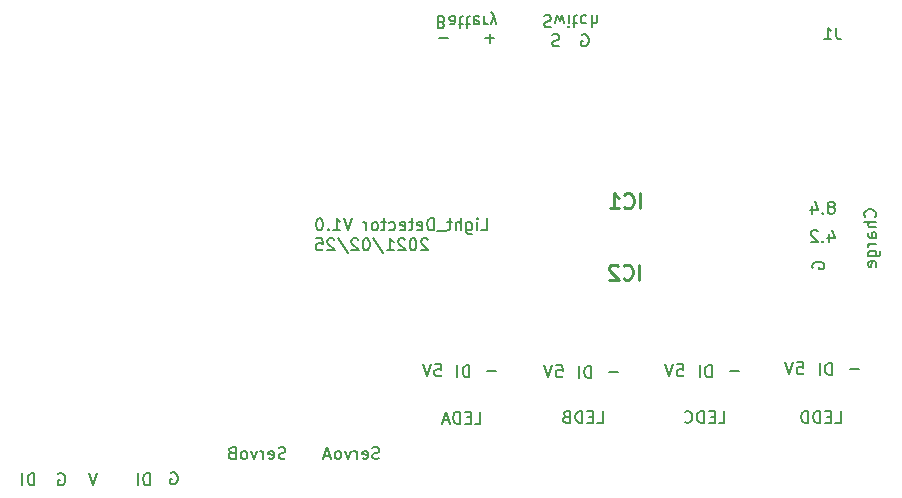
<source format=gbo>
G04 #@! TF.GenerationSoftware,KiCad,Pcbnew,(5.1.6)-1*
G04 #@! TF.CreationDate,2021-02-25T15:27:45+08:00*
G04 #@! TF.ProjectId,Light_detector_V1.0,4c696768-745f-4646-9574-6563746f725f,rev?*
G04 #@! TF.SameCoordinates,Original*
G04 #@! TF.FileFunction,Legend,Bot*
G04 #@! TF.FilePolarity,Positive*
%FSLAX46Y46*%
G04 Gerber Fmt 4.6, Leading zero omitted, Abs format (unit mm)*
G04 Created by KiCad (PCBNEW (5.1.6)-1) date 2021-02-25 15:27:45*
%MOMM*%
%LPD*%
G01*
G04 APERTURE LIST*
%ADD10C,0.152400*%
%ADD11C,0.150000*%
%ADD12C,0.254000*%
G04 APERTURE END LIST*
D10*
X61002333Y-39672380D02*
X60953952Y-39624000D01*
X60857190Y-39575619D01*
X60615285Y-39575619D01*
X60518523Y-39624000D01*
X60470142Y-39672380D01*
X60421761Y-39769142D01*
X60421761Y-39865904D01*
X60470142Y-40011047D01*
X61050714Y-40591619D01*
X60421761Y-40591619D01*
X59792809Y-39575619D02*
X59696047Y-39575619D01*
X59599285Y-39624000D01*
X59550904Y-39672380D01*
X59502523Y-39769142D01*
X59454142Y-39962666D01*
X59454142Y-40204571D01*
X59502523Y-40398095D01*
X59550904Y-40494857D01*
X59599285Y-40543238D01*
X59696047Y-40591619D01*
X59792809Y-40591619D01*
X59889571Y-40543238D01*
X59937952Y-40494857D01*
X59986333Y-40398095D01*
X60034714Y-40204571D01*
X60034714Y-39962666D01*
X59986333Y-39769142D01*
X59937952Y-39672380D01*
X59889571Y-39624000D01*
X59792809Y-39575619D01*
X59067095Y-39672380D02*
X59018714Y-39624000D01*
X58921952Y-39575619D01*
X58680047Y-39575619D01*
X58583285Y-39624000D01*
X58534904Y-39672380D01*
X58486523Y-39769142D01*
X58486523Y-39865904D01*
X58534904Y-40011047D01*
X59115476Y-40591619D01*
X58486523Y-40591619D01*
X57518904Y-40591619D02*
X58099476Y-40591619D01*
X57809190Y-40591619D02*
X57809190Y-39575619D01*
X57905952Y-39720761D01*
X58002714Y-39817523D01*
X58099476Y-39865904D01*
X56357761Y-39527238D02*
X57228619Y-40833523D01*
X55825571Y-39575619D02*
X55728809Y-39575619D01*
X55632047Y-39624000D01*
X55583666Y-39672380D01*
X55535285Y-39769142D01*
X55486904Y-39962666D01*
X55486904Y-40204571D01*
X55535285Y-40398095D01*
X55583666Y-40494857D01*
X55632047Y-40543238D01*
X55728809Y-40591619D01*
X55825571Y-40591619D01*
X55922333Y-40543238D01*
X55970714Y-40494857D01*
X56019095Y-40398095D01*
X56067476Y-40204571D01*
X56067476Y-39962666D01*
X56019095Y-39769142D01*
X55970714Y-39672380D01*
X55922333Y-39624000D01*
X55825571Y-39575619D01*
X55099857Y-39672380D02*
X55051476Y-39624000D01*
X54954714Y-39575619D01*
X54712809Y-39575619D01*
X54616047Y-39624000D01*
X54567666Y-39672380D01*
X54519285Y-39769142D01*
X54519285Y-39865904D01*
X54567666Y-40011047D01*
X55148238Y-40591619D01*
X54519285Y-40591619D01*
X53358142Y-39527238D02*
X54229000Y-40833523D01*
X53067857Y-39672380D02*
X53019476Y-39624000D01*
X52922714Y-39575619D01*
X52680809Y-39575619D01*
X52584047Y-39624000D01*
X52535666Y-39672380D01*
X52487285Y-39769142D01*
X52487285Y-39865904D01*
X52535666Y-40011047D01*
X53116238Y-40591619D01*
X52487285Y-40591619D01*
X51568047Y-39575619D02*
X52051857Y-39575619D01*
X52100238Y-40059428D01*
X52051857Y-40011047D01*
X51955095Y-39962666D01*
X51713190Y-39962666D01*
X51616428Y-40011047D01*
X51568047Y-40059428D01*
X51519666Y-40156190D01*
X51519666Y-40398095D01*
X51568047Y-40494857D01*
X51616428Y-40543238D01*
X51713190Y-40591619D01*
X51955095Y-40591619D01*
X52051857Y-40543238D01*
X52100238Y-40494857D01*
X65525952Y-38877119D02*
X66009761Y-38877119D01*
X66009761Y-37861119D01*
X65187285Y-38877119D02*
X65187285Y-38199785D01*
X65187285Y-37861119D02*
X65235666Y-37909500D01*
X65187285Y-37957880D01*
X65138904Y-37909500D01*
X65187285Y-37861119D01*
X65187285Y-37957880D01*
X64268047Y-38199785D02*
X64268047Y-39022261D01*
X64316428Y-39119023D01*
X64364809Y-39167404D01*
X64461571Y-39215785D01*
X64606714Y-39215785D01*
X64703476Y-39167404D01*
X64268047Y-38828738D02*
X64364809Y-38877119D01*
X64558333Y-38877119D01*
X64655095Y-38828738D01*
X64703476Y-38780357D01*
X64751857Y-38683595D01*
X64751857Y-38393309D01*
X64703476Y-38296547D01*
X64655095Y-38248166D01*
X64558333Y-38199785D01*
X64364809Y-38199785D01*
X64268047Y-38248166D01*
X63784238Y-38877119D02*
X63784238Y-37861119D01*
X63348809Y-38877119D02*
X63348809Y-38344928D01*
X63397190Y-38248166D01*
X63493952Y-38199785D01*
X63639095Y-38199785D01*
X63735857Y-38248166D01*
X63784238Y-38296547D01*
X63010142Y-38199785D02*
X62623095Y-38199785D01*
X62865000Y-37861119D02*
X62865000Y-38731976D01*
X62816619Y-38828738D01*
X62719857Y-38877119D01*
X62623095Y-38877119D01*
X62526333Y-38973880D02*
X61752238Y-38973880D01*
X61510333Y-38877119D02*
X61510333Y-37861119D01*
X61268428Y-37861119D01*
X61123285Y-37909500D01*
X61026523Y-38006261D01*
X60978142Y-38103023D01*
X60929761Y-38296547D01*
X60929761Y-38441690D01*
X60978142Y-38635214D01*
X61026523Y-38731976D01*
X61123285Y-38828738D01*
X61268428Y-38877119D01*
X61510333Y-38877119D01*
X60107285Y-38828738D02*
X60204047Y-38877119D01*
X60397571Y-38877119D01*
X60494333Y-38828738D01*
X60542714Y-38731976D01*
X60542714Y-38344928D01*
X60494333Y-38248166D01*
X60397571Y-38199785D01*
X60204047Y-38199785D01*
X60107285Y-38248166D01*
X60058904Y-38344928D01*
X60058904Y-38441690D01*
X60542714Y-38538452D01*
X59768619Y-38199785D02*
X59381571Y-38199785D01*
X59623476Y-37861119D02*
X59623476Y-38731976D01*
X59575095Y-38828738D01*
X59478333Y-38877119D01*
X59381571Y-38877119D01*
X58655857Y-38828738D02*
X58752619Y-38877119D01*
X58946142Y-38877119D01*
X59042904Y-38828738D01*
X59091285Y-38731976D01*
X59091285Y-38344928D01*
X59042904Y-38248166D01*
X58946142Y-38199785D01*
X58752619Y-38199785D01*
X58655857Y-38248166D01*
X58607476Y-38344928D01*
X58607476Y-38441690D01*
X59091285Y-38538452D01*
X57736619Y-38828738D02*
X57833380Y-38877119D01*
X58026904Y-38877119D01*
X58123666Y-38828738D01*
X58172047Y-38780357D01*
X58220428Y-38683595D01*
X58220428Y-38393309D01*
X58172047Y-38296547D01*
X58123666Y-38248166D01*
X58026904Y-38199785D01*
X57833380Y-38199785D01*
X57736619Y-38248166D01*
X57446333Y-38199785D02*
X57059285Y-38199785D01*
X57301190Y-37861119D02*
X57301190Y-38731976D01*
X57252809Y-38828738D01*
X57156047Y-38877119D01*
X57059285Y-38877119D01*
X56575476Y-38877119D02*
X56672238Y-38828738D01*
X56720619Y-38780357D01*
X56769000Y-38683595D01*
X56769000Y-38393309D01*
X56720619Y-38296547D01*
X56672238Y-38248166D01*
X56575476Y-38199785D01*
X56430333Y-38199785D01*
X56333571Y-38248166D01*
X56285190Y-38296547D01*
X56236809Y-38393309D01*
X56236809Y-38683595D01*
X56285190Y-38780357D01*
X56333571Y-38828738D01*
X56430333Y-38877119D01*
X56575476Y-38877119D01*
X55801380Y-38877119D02*
X55801380Y-38199785D01*
X55801380Y-38393309D02*
X55753000Y-38296547D01*
X55704619Y-38248166D01*
X55607857Y-38199785D01*
X55511095Y-38199785D01*
X54543476Y-37861119D02*
X54204809Y-38877119D01*
X53866142Y-37861119D01*
X52995285Y-38877119D02*
X53575857Y-38877119D01*
X53285571Y-38877119D02*
X53285571Y-37861119D01*
X53382333Y-38006261D01*
X53479095Y-38103023D01*
X53575857Y-38151404D01*
X52559857Y-38780357D02*
X52511476Y-38828738D01*
X52559857Y-38877119D01*
X52608238Y-38828738D01*
X52559857Y-38780357D01*
X52559857Y-38877119D01*
X51882523Y-37861119D02*
X51785761Y-37861119D01*
X51689000Y-37909500D01*
X51640619Y-37957880D01*
X51592238Y-38054642D01*
X51543857Y-38248166D01*
X51543857Y-38490071D01*
X51592238Y-38683595D01*
X51640619Y-38780357D01*
X51689000Y-38828738D01*
X51785761Y-38877119D01*
X51882523Y-38877119D01*
X51979285Y-38828738D01*
X52027666Y-38780357D01*
X52076047Y-38683595D01*
X52124428Y-38490071D01*
X52124428Y-38248166D01*
X52076047Y-38054642D01*
X52027666Y-37957880D01*
X51979285Y-37909500D01*
X51882523Y-37861119D01*
X39230904Y-59436000D02*
X39327666Y-59387619D01*
X39472809Y-59387619D01*
X39617952Y-59436000D01*
X39714714Y-59532761D01*
X39763095Y-59629523D01*
X39811476Y-59823047D01*
X39811476Y-59968190D01*
X39763095Y-60161714D01*
X39714714Y-60258476D01*
X39617952Y-60355238D01*
X39472809Y-60403619D01*
X39376047Y-60403619D01*
X39230904Y-60355238D01*
X39182523Y-60306857D01*
X39182523Y-59968190D01*
X39376047Y-59968190D01*
X37465000Y-60467119D02*
X37465000Y-59451119D01*
X37223095Y-59451119D01*
X37077952Y-59499500D01*
X36981190Y-59596261D01*
X36932809Y-59693023D01*
X36884428Y-59886547D01*
X36884428Y-60031690D01*
X36932809Y-60225214D01*
X36981190Y-60321976D01*
X37077952Y-60418738D01*
X37223095Y-60467119D01*
X37465000Y-60467119D01*
X36449000Y-60467119D02*
X36449000Y-59451119D01*
X32977666Y-59451119D02*
X32639000Y-60467119D01*
X32300333Y-59451119D01*
X27686000Y-60467119D02*
X27686000Y-59451119D01*
X27444095Y-59451119D01*
X27298952Y-59499500D01*
X27202190Y-59596261D01*
X27153809Y-59693023D01*
X27105428Y-59886547D01*
X27105428Y-60031690D01*
X27153809Y-60225214D01*
X27202190Y-60321976D01*
X27298952Y-60418738D01*
X27444095Y-60467119D01*
X27686000Y-60467119D01*
X26670000Y-60467119D02*
X26670000Y-59451119D01*
X29705904Y-59499500D02*
X29802666Y-59451119D01*
X29947809Y-59451119D01*
X30092952Y-59499500D01*
X30189714Y-59596261D01*
X30238095Y-59693023D01*
X30286476Y-59886547D01*
X30286476Y-60031690D01*
X30238095Y-60225214D01*
X30189714Y-60321976D01*
X30092952Y-60418738D01*
X29947809Y-60467119D01*
X29851047Y-60467119D01*
X29705904Y-60418738D01*
X29657523Y-60370357D01*
X29657523Y-60031690D01*
X29851047Y-60031690D01*
X92268523Y-50053119D02*
X92752333Y-50053119D01*
X92800714Y-50536928D01*
X92752333Y-50488547D01*
X92655571Y-50440166D01*
X92413666Y-50440166D01*
X92316904Y-50488547D01*
X92268523Y-50536928D01*
X92220142Y-50633690D01*
X92220142Y-50875595D01*
X92268523Y-50972357D01*
X92316904Y-51020738D01*
X92413666Y-51069119D01*
X92655571Y-51069119D01*
X92752333Y-51020738D01*
X92800714Y-50972357D01*
X91929857Y-50053119D02*
X91591190Y-51069119D01*
X91252523Y-50053119D01*
X97478547Y-50618571D02*
X96704452Y-50618571D01*
X95186500Y-51132619D02*
X95186500Y-50116619D01*
X94944595Y-50116619D01*
X94799452Y-50165000D01*
X94702690Y-50261761D01*
X94654309Y-50358523D01*
X94605928Y-50552047D01*
X94605928Y-50697190D01*
X94654309Y-50890714D01*
X94702690Y-50987476D01*
X94799452Y-51084238D01*
X94944595Y-51132619D01*
X95186500Y-51132619D01*
X94170500Y-51132619D02*
X94170500Y-50116619D01*
X85026500Y-51323119D02*
X85026500Y-50307119D01*
X84784595Y-50307119D01*
X84639452Y-50355500D01*
X84542690Y-50452261D01*
X84494309Y-50549023D01*
X84445928Y-50742547D01*
X84445928Y-50887690D01*
X84494309Y-51081214D01*
X84542690Y-51177976D01*
X84639452Y-51274738D01*
X84784595Y-51323119D01*
X85026500Y-51323119D01*
X84010500Y-51323119D02*
X84010500Y-50307119D01*
X82108523Y-50243619D02*
X82592333Y-50243619D01*
X82640714Y-50727428D01*
X82592333Y-50679047D01*
X82495571Y-50630666D01*
X82253666Y-50630666D01*
X82156904Y-50679047D01*
X82108523Y-50727428D01*
X82060142Y-50824190D01*
X82060142Y-51066095D01*
X82108523Y-51162857D01*
X82156904Y-51211238D01*
X82253666Y-51259619D01*
X82495571Y-51259619D01*
X82592333Y-51211238D01*
X82640714Y-51162857D01*
X81769857Y-50243619D02*
X81431190Y-51259619D01*
X81092523Y-50243619D01*
X87318547Y-50809071D02*
X86544452Y-50809071D01*
X71885023Y-50307119D02*
X72368833Y-50307119D01*
X72417214Y-50790928D01*
X72368833Y-50742547D01*
X72272071Y-50694166D01*
X72030166Y-50694166D01*
X71933404Y-50742547D01*
X71885023Y-50790928D01*
X71836642Y-50887690D01*
X71836642Y-51129595D01*
X71885023Y-51226357D01*
X71933404Y-51274738D01*
X72030166Y-51323119D01*
X72272071Y-51323119D01*
X72368833Y-51274738D01*
X72417214Y-51226357D01*
X71546357Y-50307119D02*
X71207690Y-51323119D01*
X70869023Y-50307119D01*
X74803000Y-51386619D02*
X74803000Y-50370619D01*
X74561095Y-50370619D01*
X74415952Y-50419000D01*
X74319190Y-50515761D01*
X74270809Y-50612523D01*
X74222428Y-50806047D01*
X74222428Y-50951190D01*
X74270809Y-51144714D01*
X74319190Y-51241476D01*
X74415952Y-51338238D01*
X74561095Y-51386619D01*
X74803000Y-51386619D01*
X73787000Y-51386619D02*
X73787000Y-50370619D01*
X77095047Y-50872571D02*
X76320952Y-50872571D01*
X66808047Y-50809071D02*
X66033952Y-50809071D01*
X64516000Y-51323119D02*
X64516000Y-50307119D01*
X64274095Y-50307119D01*
X64128952Y-50355500D01*
X64032190Y-50452261D01*
X63983809Y-50549023D01*
X63935428Y-50742547D01*
X63935428Y-50887690D01*
X63983809Y-51081214D01*
X64032190Y-51177976D01*
X64128952Y-51274738D01*
X64274095Y-51323119D01*
X64516000Y-51323119D01*
X63500000Y-51323119D02*
X63500000Y-50307119D01*
X61598023Y-50243619D02*
X62081833Y-50243619D01*
X62130214Y-50727428D01*
X62081833Y-50679047D01*
X61985071Y-50630666D01*
X61743166Y-50630666D01*
X61646404Y-50679047D01*
X61598023Y-50727428D01*
X61549642Y-50824190D01*
X61549642Y-51066095D01*
X61598023Y-51162857D01*
X61646404Y-51211238D01*
X61743166Y-51259619D01*
X61985071Y-51259619D01*
X62081833Y-51211238D01*
X62130214Y-51162857D01*
X61259357Y-50243619D02*
X60920690Y-51259619D01*
X60582023Y-50243619D01*
X74028904Y-22352000D02*
X74125666Y-22303619D01*
X74270809Y-22303619D01*
X74415952Y-22352000D01*
X74512714Y-22448761D01*
X74561095Y-22545523D01*
X74609476Y-22739047D01*
X74609476Y-22884190D01*
X74561095Y-23077714D01*
X74512714Y-23174476D01*
X74415952Y-23271238D01*
X74270809Y-23319619D01*
X74174047Y-23319619D01*
X74028904Y-23271238D01*
X73980523Y-23222857D01*
X73980523Y-22884190D01*
X74174047Y-22884190D01*
X72108785Y-23271238D02*
X71963642Y-23319619D01*
X71721738Y-23319619D01*
X71624976Y-23271238D01*
X71576595Y-23222857D01*
X71528214Y-23126095D01*
X71528214Y-23029333D01*
X71576595Y-22932571D01*
X71624976Y-22884190D01*
X71721738Y-22835809D01*
X71915261Y-22787428D01*
X72012023Y-22739047D01*
X72060404Y-22690666D01*
X72108785Y-22593904D01*
X72108785Y-22497142D01*
X72060404Y-22400380D01*
X72012023Y-22352000D01*
X71915261Y-22303619D01*
X71673357Y-22303619D01*
X71528214Y-22352000D01*
X70838785Y-20734261D02*
X70983928Y-20685880D01*
X71225833Y-20685880D01*
X71322595Y-20734261D01*
X71370976Y-20782642D01*
X71419357Y-20879404D01*
X71419357Y-20976166D01*
X71370976Y-21072928D01*
X71322595Y-21121309D01*
X71225833Y-21169690D01*
X71032309Y-21218071D01*
X70935547Y-21266452D01*
X70887166Y-21314833D01*
X70838785Y-21411595D01*
X70838785Y-21508357D01*
X70887166Y-21605119D01*
X70935547Y-21653500D01*
X71032309Y-21701880D01*
X71274214Y-21701880D01*
X71419357Y-21653500D01*
X71758023Y-21363214D02*
X71951547Y-20685880D01*
X72145071Y-21169690D01*
X72338595Y-20685880D01*
X72532119Y-21363214D01*
X72919166Y-20685880D02*
X72919166Y-21363214D01*
X72919166Y-21701880D02*
X72870785Y-21653500D01*
X72919166Y-21605119D01*
X72967547Y-21653500D01*
X72919166Y-21701880D01*
X72919166Y-21605119D01*
X73257833Y-21363214D02*
X73644880Y-21363214D01*
X73402976Y-21701880D02*
X73402976Y-20831023D01*
X73451357Y-20734261D01*
X73548119Y-20685880D01*
X73644880Y-20685880D01*
X74418976Y-20734261D02*
X74322214Y-20685880D01*
X74128690Y-20685880D01*
X74031928Y-20734261D01*
X73983547Y-20782642D01*
X73935166Y-20879404D01*
X73935166Y-21169690D01*
X73983547Y-21266452D01*
X74031928Y-21314833D01*
X74128690Y-21363214D01*
X74322214Y-21363214D01*
X74418976Y-21314833D01*
X74854404Y-20685880D02*
X74854404Y-21701880D01*
X75289833Y-20685880D02*
X75289833Y-21218071D01*
X75241452Y-21314833D01*
X75144690Y-21363214D01*
X74999547Y-21363214D01*
X74902785Y-21314833D01*
X74854404Y-21266452D01*
X66617547Y-22615071D02*
X65843452Y-22615071D01*
X66230500Y-23002119D02*
X66230500Y-22228023D01*
X62744047Y-22615071D02*
X61969952Y-22615071D01*
X62157428Y-21281571D02*
X62302571Y-21233190D01*
X62350952Y-21184809D01*
X62399333Y-21088047D01*
X62399333Y-20942904D01*
X62350952Y-20846142D01*
X62302571Y-20797761D01*
X62205809Y-20749380D01*
X61818761Y-20749380D01*
X61818761Y-21765380D01*
X62157428Y-21765380D01*
X62254190Y-21717000D01*
X62302571Y-21668619D01*
X62350952Y-21571857D01*
X62350952Y-21475095D01*
X62302571Y-21378333D01*
X62254190Y-21329952D01*
X62157428Y-21281571D01*
X61818761Y-21281571D01*
X63270190Y-20749380D02*
X63270190Y-21281571D01*
X63221809Y-21378333D01*
X63125047Y-21426714D01*
X62931523Y-21426714D01*
X62834761Y-21378333D01*
X63270190Y-20797761D02*
X63173428Y-20749380D01*
X62931523Y-20749380D01*
X62834761Y-20797761D01*
X62786380Y-20894523D01*
X62786380Y-20991285D01*
X62834761Y-21088047D01*
X62931523Y-21136428D01*
X63173428Y-21136428D01*
X63270190Y-21184809D01*
X63608857Y-21426714D02*
X63995904Y-21426714D01*
X63754000Y-21765380D02*
X63754000Y-20894523D01*
X63802380Y-20797761D01*
X63899142Y-20749380D01*
X63995904Y-20749380D01*
X64189428Y-21426714D02*
X64576476Y-21426714D01*
X64334571Y-21765380D02*
X64334571Y-20894523D01*
X64382952Y-20797761D01*
X64479714Y-20749380D01*
X64576476Y-20749380D01*
X65302190Y-20797761D02*
X65205428Y-20749380D01*
X65011904Y-20749380D01*
X64915142Y-20797761D01*
X64866761Y-20894523D01*
X64866761Y-21281571D01*
X64915142Y-21378333D01*
X65011904Y-21426714D01*
X65205428Y-21426714D01*
X65302190Y-21378333D01*
X65350571Y-21281571D01*
X65350571Y-21184809D01*
X64866761Y-21088047D01*
X65786000Y-20749380D02*
X65786000Y-21426714D01*
X65786000Y-21233190D02*
X65834380Y-21329952D01*
X65882761Y-21378333D01*
X65979523Y-21426714D01*
X66076285Y-21426714D01*
X66318190Y-21426714D02*
X66560095Y-20749380D01*
X66802000Y-21426714D02*
X66560095Y-20749380D01*
X66463333Y-20507476D01*
X66414952Y-20459095D01*
X66318190Y-20410714D01*
X98851357Y-37746214D02*
X98899738Y-37697833D01*
X98948119Y-37552690D01*
X98948119Y-37455928D01*
X98899738Y-37310785D01*
X98802976Y-37214023D01*
X98706214Y-37165642D01*
X98512690Y-37117261D01*
X98367547Y-37117261D01*
X98174023Y-37165642D01*
X98077261Y-37214023D01*
X97980500Y-37310785D01*
X97932119Y-37455928D01*
X97932119Y-37552690D01*
X97980500Y-37697833D01*
X98028880Y-37746214D01*
X98948119Y-38181642D02*
X97932119Y-38181642D01*
X98948119Y-38617071D02*
X98415928Y-38617071D01*
X98319166Y-38568690D01*
X98270785Y-38471928D01*
X98270785Y-38326785D01*
X98319166Y-38230023D01*
X98367547Y-38181642D01*
X98948119Y-39536309D02*
X98415928Y-39536309D01*
X98319166Y-39487928D01*
X98270785Y-39391166D01*
X98270785Y-39197642D01*
X98319166Y-39100880D01*
X98899738Y-39536309D02*
X98948119Y-39439547D01*
X98948119Y-39197642D01*
X98899738Y-39100880D01*
X98802976Y-39052500D01*
X98706214Y-39052500D01*
X98609452Y-39100880D01*
X98561071Y-39197642D01*
X98561071Y-39439547D01*
X98512690Y-39536309D01*
X98948119Y-40020119D02*
X98270785Y-40020119D01*
X98464309Y-40020119D02*
X98367547Y-40068500D01*
X98319166Y-40116880D01*
X98270785Y-40213642D01*
X98270785Y-40310404D01*
X98270785Y-41084500D02*
X99093261Y-41084500D01*
X99190023Y-41036119D01*
X99238404Y-40987738D01*
X99286785Y-40890976D01*
X99286785Y-40745833D01*
X99238404Y-40649071D01*
X98899738Y-41084500D02*
X98948119Y-40987738D01*
X98948119Y-40794214D01*
X98899738Y-40697452D01*
X98851357Y-40649071D01*
X98754595Y-40600690D01*
X98464309Y-40600690D01*
X98367547Y-40649071D01*
X98319166Y-40697452D01*
X98270785Y-40794214D01*
X98270785Y-40987738D01*
X98319166Y-41084500D01*
X98899738Y-41955357D02*
X98948119Y-41858595D01*
X98948119Y-41665071D01*
X98899738Y-41568309D01*
X98802976Y-41519928D01*
X98415928Y-41519928D01*
X98319166Y-41568309D01*
X98270785Y-41665071D01*
X98270785Y-41858595D01*
X98319166Y-41955357D01*
X98415928Y-42003738D01*
X98512690Y-42003738D01*
X98609452Y-41519928D01*
X93599000Y-42112595D02*
X93550619Y-42015833D01*
X93550619Y-41870690D01*
X93599000Y-41725547D01*
X93695761Y-41628785D01*
X93792523Y-41580404D01*
X93986047Y-41532023D01*
X94131190Y-41532023D01*
X94324714Y-41580404D01*
X94421476Y-41628785D01*
X94518238Y-41725547D01*
X94566619Y-41870690D01*
X94566619Y-41967452D01*
X94518238Y-42112595D01*
X94469857Y-42160976D01*
X94131190Y-42160976D01*
X94131190Y-41967452D01*
X94956690Y-39215785D02*
X94956690Y-39893119D01*
X95198595Y-38828738D02*
X95440500Y-39554452D01*
X94811547Y-39554452D01*
X94424500Y-39796357D02*
X94376119Y-39844738D01*
X94424500Y-39893119D01*
X94472880Y-39844738D01*
X94424500Y-39796357D01*
X94424500Y-39893119D01*
X93989071Y-38973880D02*
X93940690Y-38925500D01*
X93843928Y-38877119D01*
X93602023Y-38877119D01*
X93505261Y-38925500D01*
X93456880Y-38973880D01*
X93408500Y-39070642D01*
X93408500Y-39167404D01*
X93456880Y-39312547D01*
X94037452Y-39893119D01*
X93408500Y-39893119D01*
X95246976Y-36899547D02*
X95343738Y-36851166D01*
X95392119Y-36802785D01*
X95440500Y-36706023D01*
X95440500Y-36657642D01*
X95392119Y-36560880D01*
X95343738Y-36512500D01*
X95246976Y-36464119D01*
X95053452Y-36464119D01*
X94956690Y-36512500D01*
X94908309Y-36560880D01*
X94859928Y-36657642D01*
X94859928Y-36706023D01*
X94908309Y-36802785D01*
X94956690Y-36851166D01*
X95053452Y-36899547D01*
X95246976Y-36899547D01*
X95343738Y-36947928D01*
X95392119Y-36996309D01*
X95440500Y-37093071D01*
X95440500Y-37286595D01*
X95392119Y-37383357D01*
X95343738Y-37431738D01*
X95246976Y-37480119D01*
X95053452Y-37480119D01*
X94956690Y-37431738D01*
X94908309Y-37383357D01*
X94859928Y-37286595D01*
X94859928Y-37093071D01*
X94908309Y-36996309D01*
X94956690Y-36947928D01*
X95053452Y-36899547D01*
X94424500Y-37383357D02*
X94376119Y-37431738D01*
X94424500Y-37480119D01*
X94472880Y-37431738D01*
X94424500Y-37383357D01*
X94424500Y-37480119D01*
X93505261Y-36802785D02*
X93505261Y-37480119D01*
X93747166Y-36415738D02*
X93989071Y-37141452D01*
X93360119Y-37141452D01*
X56868785Y-58196238D02*
X56723642Y-58244619D01*
X56481738Y-58244619D01*
X56384976Y-58196238D01*
X56336595Y-58147857D01*
X56288214Y-58051095D01*
X56288214Y-57954333D01*
X56336595Y-57857571D01*
X56384976Y-57809190D01*
X56481738Y-57760809D01*
X56675261Y-57712428D01*
X56772023Y-57664047D01*
X56820404Y-57615666D01*
X56868785Y-57518904D01*
X56868785Y-57422142D01*
X56820404Y-57325380D01*
X56772023Y-57277000D01*
X56675261Y-57228619D01*
X56433357Y-57228619D01*
X56288214Y-57277000D01*
X55465738Y-58196238D02*
X55562500Y-58244619D01*
X55756023Y-58244619D01*
X55852785Y-58196238D01*
X55901166Y-58099476D01*
X55901166Y-57712428D01*
X55852785Y-57615666D01*
X55756023Y-57567285D01*
X55562500Y-57567285D01*
X55465738Y-57615666D01*
X55417357Y-57712428D01*
X55417357Y-57809190D01*
X55901166Y-57905952D01*
X54981928Y-58244619D02*
X54981928Y-57567285D01*
X54981928Y-57760809D02*
X54933547Y-57664047D01*
X54885166Y-57615666D01*
X54788404Y-57567285D01*
X54691642Y-57567285D01*
X54449738Y-57567285D02*
X54207833Y-58244619D01*
X53965928Y-57567285D01*
X53433738Y-58244619D02*
X53530500Y-58196238D01*
X53578880Y-58147857D01*
X53627261Y-58051095D01*
X53627261Y-57760809D01*
X53578880Y-57664047D01*
X53530500Y-57615666D01*
X53433738Y-57567285D01*
X53288595Y-57567285D01*
X53191833Y-57615666D01*
X53143452Y-57664047D01*
X53095071Y-57760809D01*
X53095071Y-58051095D01*
X53143452Y-58147857D01*
X53191833Y-58196238D01*
X53288595Y-58244619D01*
X53433738Y-58244619D01*
X52708023Y-57954333D02*
X52224214Y-57954333D01*
X52804785Y-58244619D02*
X52466119Y-57228619D01*
X52127452Y-58244619D01*
X48940357Y-58196238D02*
X48795214Y-58244619D01*
X48553309Y-58244619D01*
X48456547Y-58196238D01*
X48408166Y-58147857D01*
X48359785Y-58051095D01*
X48359785Y-57954333D01*
X48408166Y-57857571D01*
X48456547Y-57809190D01*
X48553309Y-57760809D01*
X48746833Y-57712428D01*
X48843595Y-57664047D01*
X48891976Y-57615666D01*
X48940357Y-57518904D01*
X48940357Y-57422142D01*
X48891976Y-57325380D01*
X48843595Y-57277000D01*
X48746833Y-57228619D01*
X48504928Y-57228619D01*
X48359785Y-57277000D01*
X47537309Y-58196238D02*
X47634071Y-58244619D01*
X47827595Y-58244619D01*
X47924357Y-58196238D01*
X47972738Y-58099476D01*
X47972738Y-57712428D01*
X47924357Y-57615666D01*
X47827595Y-57567285D01*
X47634071Y-57567285D01*
X47537309Y-57615666D01*
X47488928Y-57712428D01*
X47488928Y-57809190D01*
X47972738Y-57905952D01*
X47053500Y-58244619D02*
X47053500Y-57567285D01*
X47053500Y-57760809D02*
X47005119Y-57664047D01*
X46956738Y-57615666D01*
X46859976Y-57567285D01*
X46763214Y-57567285D01*
X46521309Y-57567285D02*
X46279404Y-58244619D01*
X46037500Y-57567285D01*
X45505309Y-58244619D02*
X45602071Y-58196238D01*
X45650452Y-58147857D01*
X45698833Y-58051095D01*
X45698833Y-57760809D01*
X45650452Y-57664047D01*
X45602071Y-57615666D01*
X45505309Y-57567285D01*
X45360166Y-57567285D01*
X45263404Y-57615666D01*
X45215023Y-57664047D01*
X45166642Y-57760809D01*
X45166642Y-58051095D01*
X45215023Y-58147857D01*
X45263404Y-58196238D01*
X45360166Y-58244619D01*
X45505309Y-58244619D01*
X44392547Y-57712428D02*
X44247404Y-57760809D01*
X44199023Y-57809190D01*
X44150642Y-57905952D01*
X44150642Y-58051095D01*
X44199023Y-58147857D01*
X44247404Y-58196238D01*
X44344166Y-58244619D01*
X44731214Y-58244619D01*
X44731214Y-57228619D01*
X44392547Y-57228619D01*
X44295785Y-57277000D01*
X44247404Y-57325380D01*
X44199023Y-57422142D01*
X44199023Y-57518904D01*
X44247404Y-57615666D01*
X44295785Y-57664047D01*
X44392547Y-57712428D01*
X44731214Y-57712428D01*
X95458642Y-55196619D02*
X95942452Y-55196619D01*
X95942452Y-54180619D01*
X95119976Y-54664428D02*
X94781309Y-54664428D01*
X94636166Y-55196619D02*
X95119976Y-55196619D01*
X95119976Y-54180619D01*
X94636166Y-54180619D01*
X94200738Y-55196619D02*
X94200738Y-54180619D01*
X93958833Y-54180619D01*
X93813690Y-54229000D01*
X93716928Y-54325761D01*
X93668547Y-54422523D01*
X93620166Y-54616047D01*
X93620166Y-54761190D01*
X93668547Y-54954714D01*
X93716928Y-55051476D01*
X93813690Y-55148238D01*
X93958833Y-55196619D01*
X94200738Y-55196619D01*
X93184738Y-55196619D02*
X93184738Y-54180619D01*
X92942833Y-54180619D01*
X92797690Y-54229000D01*
X92700928Y-54325761D01*
X92652547Y-54422523D01*
X92604166Y-54616047D01*
X92604166Y-54761190D01*
X92652547Y-54954714D01*
X92700928Y-55051476D01*
X92797690Y-55148238D01*
X92942833Y-55196619D01*
X93184738Y-55196619D01*
X85616142Y-55196619D02*
X86099952Y-55196619D01*
X86099952Y-54180619D01*
X85277476Y-54664428D02*
X84938809Y-54664428D01*
X84793666Y-55196619D02*
X85277476Y-55196619D01*
X85277476Y-54180619D01*
X84793666Y-54180619D01*
X84358238Y-55196619D02*
X84358238Y-54180619D01*
X84116333Y-54180619D01*
X83971190Y-54229000D01*
X83874428Y-54325761D01*
X83826047Y-54422523D01*
X83777666Y-54616047D01*
X83777666Y-54761190D01*
X83826047Y-54954714D01*
X83874428Y-55051476D01*
X83971190Y-55148238D01*
X84116333Y-55196619D01*
X84358238Y-55196619D01*
X82761666Y-55099857D02*
X82810047Y-55148238D01*
X82955190Y-55196619D01*
X83051952Y-55196619D01*
X83197095Y-55148238D01*
X83293857Y-55051476D01*
X83342238Y-54954714D01*
X83390619Y-54761190D01*
X83390619Y-54616047D01*
X83342238Y-54422523D01*
X83293857Y-54325761D01*
X83197095Y-54229000D01*
X83051952Y-54180619D01*
X82955190Y-54180619D01*
X82810047Y-54229000D01*
X82761666Y-54277380D01*
X75329142Y-55196619D02*
X75812952Y-55196619D01*
X75812952Y-54180619D01*
X74990476Y-54664428D02*
X74651809Y-54664428D01*
X74506666Y-55196619D02*
X74990476Y-55196619D01*
X74990476Y-54180619D01*
X74506666Y-54180619D01*
X74071238Y-55196619D02*
X74071238Y-54180619D01*
X73829333Y-54180619D01*
X73684190Y-54229000D01*
X73587428Y-54325761D01*
X73539047Y-54422523D01*
X73490666Y-54616047D01*
X73490666Y-54761190D01*
X73539047Y-54954714D01*
X73587428Y-55051476D01*
X73684190Y-55148238D01*
X73829333Y-55196619D01*
X74071238Y-55196619D01*
X72716571Y-54664428D02*
X72571428Y-54712809D01*
X72523047Y-54761190D01*
X72474666Y-54857952D01*
X72474666Y-55003095D01*
X72523047Y-55099857D01*
X72571428Y-55148238D01*
X72668190Y-55196619D01*
X73055238Y-55196619D01*
X73055238Y-54180619D01*
X72716571Y-54180619D01*
X72619809Y-54229000D01*
X72571428Y-54277380D01*
X72523047Y-54374142D01*
X72523047Y-54470904D01*
X72571428Y-54567666D01*
X72619809Y-54616047D01*
X72716571Y-54664428D01*
X73055238Y-54664428D01*
X64969571Y-55260119D02*
X65453380Y-55260119D01*
X65453380Y-54244119D01*
X64630904Y-54727928D02*
X64292238Y-54727928D01*
X64147095Y-55260119D02*
X64630904Y-55260119D01*
X64630904Y-54244119D01*
X64147095Y-54244119D01*
X63711666Y-55260119D02*
X63711666Y-54244119D01*
X63469761Y-54244119D01*
X63324619Y-54292500D01*
X63227857Y-54389261D01*
X63179476Y-54486023D01*
X63131095Y-54679547D01*
X63131095Y-54824690D01*
X63179476Y-55018214D01*
X63227857Y-55114976D01*
X63324619Y-55211738D01*
X63469761Y-55260119D01*
X63711666Y-55260119D01*
X62744047Y-54969833D02*
X62260238Y-54969833D01*
X62840809Y-55260119D02*
X62502142Y-54244119D01*
X62163476Y-55260119D01*
D11*
X95568335Y-21722375D02*
X95568335Y-22436661D01*
X95615954Y-22579518D01*
X95711192Y-22674756D01*
X95854049Y-22722375D01*
X95949287Y-22722375D01*
X94568335Y-22722375D02*
X95139763Y-22722375D01*
X94854049Y-22722375D02*
X94854049Y-21722375D01*
X94949287Y-21865233D01*
X95044525Y-21960471D01*
X95139763Y-22008090D01*
D12*
X78897761Y-43053523D02*
X78897761Y-41783523D01*
X77567285Y-42932571D02*
X77627761Y-42993047D01*
X77809190Y-43053523D01*
X77930142Y-43053523D01*
X78111571Y-42993047D01*
X78232523Y-42872095D01*
X78293000Y-42751142D01*
X78353476Y-42509238D01*
X78353476Y-42327809D01*
X78293000Y-42085904D01*
X78232523Y-41964952D01*
X78111571Y-41844000D01*
X77930142Y-41783523D01*
X77809190Y-41783523D01*
X77627761Y-41844000D01*
X77567285Y-41904476D01*
X77083476Y-41904476D02*
X77023000Y-41844000D01*
X76902047Y-41783523D01*
X76599666Y-41783523D01*
X76478714Y-41844000D01*
X76418238Y-41904476D01*
X76357761Y-42025428D01*
X76357761Y-42146380D01*
X76418238Y-42327809D01*
X77143952Y-43053523D01*
X76357761Y-43053523D01*
X78963761Y-37023523D02*
X78963761Y-35753523D01*
X77633285Y-36902571D02*
X77693761Y-36963047D01*
X77875190Y-37023523D01*
X77996142Y-37023523D01*
X78177571Y-36963047D01*
X78298523Y-36842095D01*
X78359000Y-36721142D01*
X78419476Y-36479238D01*
X78419476Y-36297809D01*
X78359000Y-36055904D01*
X78298523Y-35934952D01*
X78177571Y-35814000D01*
X77996142Y-35753523D01*
X77875190Y-35753523D01*
X77693761Y-35814000D01*
X77633285Y-35874476D01*
X76423761Y-37023523D02*
X77149476Y-37023523D01*
X76786619Y-37023523D02*
X76786619Y-35753523D01*
X76907571Y-35934952D01*
X77028523Y-36055904D01*
X77149476Y-36116380D01*
M02*

</source>
